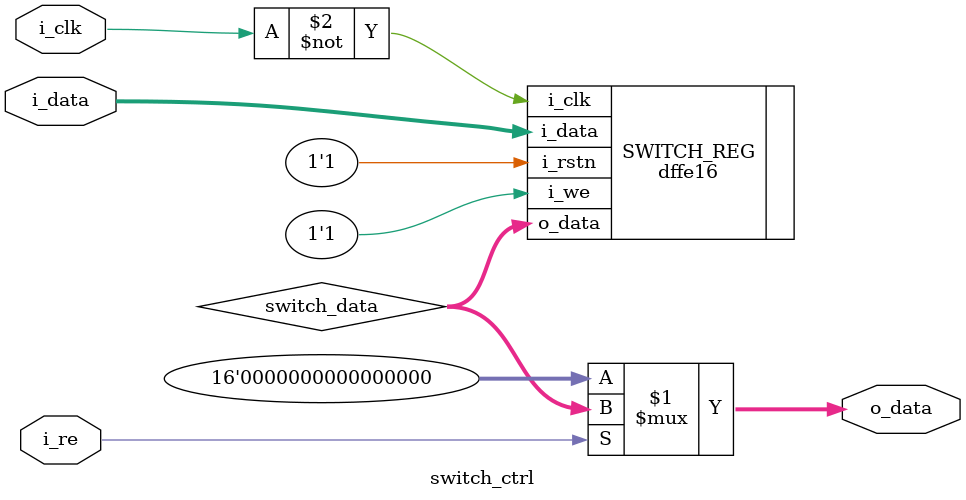
<source format=v>
`timescale 1ns / 1ps


module switch_ctrl(
	i_clk,
	i_re,
	i_data,
	o_data
	);

	input	i_clk;
	input	i_re;				// ¶ÁÊ¹ÄÜ
	
	input	[15:0] i_data;		// ½Ó²¦Âë¿ª¹Ø

	output	[15:0] o_data;

	wire	[15:0] switch_data;	// ²¦Âë¿ª¹Ø¼üÖµ¼Ä´æÆ÷

	assign	o_data = i_re ? switch_data : 16'b0;
	
	// ²¦Âë¿ª¹Ø¼üÖµ¼Ä´æÆ÷
	dffe16	SWITCH_REG(
		.i_clk(~i_clk),
		.i_rstn(1'b1),
		.i_we(1'b1),
		.i_data(i_data),
		.o_data(switch_data)
		);

endmodule

</source>
